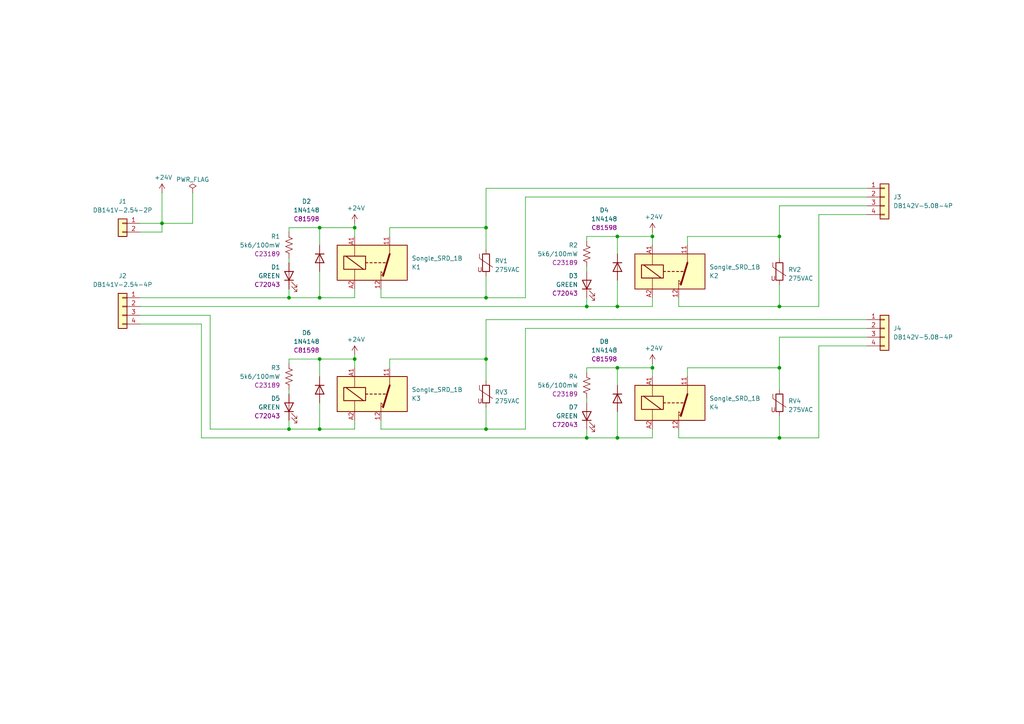
<source format=kicad_sch>
(kicad_sch (version 20231120) (generator "eeschema") (generator_version "8.0")
  (paper "A4")
  (title_block (title "4x 24V Relay Module") (date "2023-05-21") (rev "V1"))
  (lib_symbols
    (symbol "Connector_Generic:Conn_01x02" (pin_names (offset 1.016) hide)
      (property "Reference" "J" (at 0 2.54 0))
      (property "Value" "Conn_01x02" (at 0 -5.08 0))
      (symbol "Conn_01x02_1_1"
        (rectangle (start -1.27 -2.413) (end 0 -2.667) (stroke (width 0.1524)))
        (rectangle (start -1.27 0.127) (end 0 -0.127) (stroke (width 0.1524)))
        (rectangle (start -1.27 1.27) (end 1.27 -3.81) (stroke (width 0.254)) (fill (type background)))
        (pin passive line (at -5.08 0 0) (length 3.81) (name "Pin_1") (number "1"))
        (pin passive line (at -5.08 -2.54 0) (length 3.81) (name "Pin_2") (number "2"))
      )
    )
    (symbol "Connector_Generic:Conn_01x04" (pin_names (offset 1.016) hide)
      (property "Reference" "J" (at 0 5.08 0))
      (property "Value" "Conn_01x04" (at 0 -7.62 0))
      (symbol "Conn_01x04_1_1"
        (rectangle (start -1.27 -4.953) (end 0 -5.207) (stroke (width 0.1524)))
        (rectangle (start -1.27 -2.413) (end 0 -2.667) (stroke (width 0.1524)))
        (rectangle (start -1.27 0.127) (end 0 -0.127) (stroke (width 0.1524)))
        (rectangle (start -1.27 2.667) (end 0 2.413) (stroke (width 0.1524)))
        (rectangle (start -1.27 3.81) (end 1.27 -6.35) (stroke (width 0.254)) (fill (type background)))
        (pin passive line (at -5.08 2.54 0) (length 3.81) (name "Pin_1") (number "1"))
        (pin passive line (at -5.08 0 0) (length 3.81) (name "Pin_2") (number "2"))
        (pin passive line (at -5.08 -2.54 0) (length 3.81) (name "Pin_3") (number "3"))
        (pin passive line (at -5.08 -5.08 0) (length 3.81) (name "Pin_4") (number "4"))
      )
    )
    (symbol "Device:D" (pin_numbers hide) (pin_names (offset 1.016) hide)
      (property "Reference" "D" (at 0 2.54 0))
      (property "Value" "D" (at 0 -2.54 0))
      (symbol "D_0_1"
        (polyline (pts (xy -1.27 1.27) (xy -1.27 -1.27)) (stroke (width 0.254)))
        (polyline (pts (xy 1.27 0) (xy -1.27 0)))
        (polyline (pts (xy 1.27 1.27) (xy 1.27 -1.27) (xy -1.27 0) (xy 1.27 1.27)) (stroke (width 0.254)))
      )
      (symbol "D_1_1"
        (pin passive line (at -3.81 0 0) (length 2.54) (name "K") (number "1"))
        (pin passive line (at 3.81 0 180) (length 2.54) (name "A") (number "2"))
      )
    )
    (symbol "Device:LED" (pin_numbers hide) (pin_names (offset 1.016) hide)
      (property "Reference" "D" (at 0 2.54 0))
      (property "Value" "LED" (at 0 -2.54 0))
      (symbol "LED_0_1"
        (polyline (pts (xy -1.27 -1.27) (xy -1.27 1.27)) (stroke (width 0.254)))
        (polyline (pts (xy -1.27 0) (xy 1.27 0)))
        (polyline (pts (xy 1.27 -1.27) (xy 1.27 1.27) (xy -1.27 0) (xy 1.27 -1.27)) (stroke (width 0.254)))
        (polyline (pts (xy -3.048 -0.762) (xy -4.572 -2.286) (xy -3.81 -2.286) (xy -4.572 -2.286) (xy -4.572 -1.524)))
        (polyline (pts (xy -1.778 -0.762) (xy -3.302 -2.286) (xy -2.54 -2.286) (xy -3.302 -2.286) (xy -3.302 -1.524)))
      )
      (symbol "LED_1_1"
        (pin passive line (at -3.81 0 0) (length 2.54) (name "K") (number "1"))
        (pin passive line (at 3.81 0 180) (length 2.54) (name "A") (number "2"))
      )
    )
    (symbol "Device:R_US" (pin_numbers hide) (pin_names (offset 0))
      (property "Reference" "R" (at 2.54 0 90))
      (property "Value" "R_US" (at -2.54 0 90))
      (symbol "R_US_0_1"
        (polyline (pts (xy 0 -2.286) (xy 0 -2.54)))
        (polyline (pts (xy 0 2.286) (xy 0 2.54)))
        (polyline (pts (xy 0 -0.762) (xy 1.016 -1.143) (xy 0 -1.524) (xy -1.016 -1.905) (xy 0 -2.286)))
        (polyline (pts (xy 0 0.762) (xy 1.016 0.381) (xy 0 0) (xy -1.016 -0.381) (xy 0 -0.762)))
        (polyline (pts (xy 0 2.286) (xy 1.016 1.905) (xy 0 1.524) (xy -1.016 1.143) (xy 0 0.762)))
      )
      (symbol "R_US_1_1"
        (pin passive line (at 0 3.81 270) (length 1.27) (name "~") (number "1"))
        (pin passive line (at 0 -3.81 90) (length 1.27) (name "~") (number "2"))
      )
    )
    (symbol "Device:Varistor" (pin_numbers hide) (pin_names (offset 0))
      (property "Reference" "RV" (at 3.175 0 90))
      (property "Value" "Varistor" (at -3.175 0 90))
      (symbol "Varistor_0_0"
        (text "U" (at -1.778 -2.032 0) (effects (font (size 1.27 1.27))))
      )
      (symbol "Varistor_0_1"
        (rectangle (start -1.016 -2.54) (end 1.016 2.54) (stroke (width 0.254)))
        (polyline (pts (xy -1.905 2.54) (xy -1.905 1.27) (xy 1.905 -1.27)))
      )
      (symbol "Varistor_1_1"
        (pin passive line (at 0 3.81 270) (length 1.27) (name "~") (number "1"))
        (pin passive line (at 0 -3.81 90) (length 1.27) (name "~") (number "2"))
      )
    )
    (symbol "Tales:Songle_SRD_1B"
      (property "Reference" "K" (at 11.43 3.81 0))
      (property "Value" "Songle_SRD_1B" (at 11.43 1.27 0))
      (symbol "Songle_SRD_1B_0_0"
        (polyline (pts (xy 2.54 5.08) (xy 2.54 2.54) (xy 3.175 3.175) (xy 2.54 3.81)))
      )
      (symbol "Songle_SRD_1B_0_1"
        (rectangle (start -10.16 5.08) (end 10.16 -5.08) (stroke (width 0.254)) (fill (type background)))
        (rectangle (start -8.255 1.905) (end -1.905 -1.905) (stroke (width 0.254)))
        (polyline (pts (xy -7.62 -1.905) (xy -2.54 1.905)) (stroke (width 0.254)))
        (polyline (pts (xy -5.08 -5.08) (xy -5.08 -1.905)))
        (polyline (pts (xy -5.08 5.08) (xy -5.08 1.905)))
        (polyline (pts (xy -1.905 0) (xy -1.27 0)) (stroke (width 0.254)))
        (polyline (pts (xy -0.635 0) (xy 0 0)) (stroke (width 0.254)))
        (polyline (pts (xy 0.635 0) (xy 1.27 0)) (stroke (width 0.254)))
        (polyline (pts (xy 1.905 0) (xy 2.54 0)) (stroke (width 0.254)))
        (polyline (pts (xy 3.175 0) (xy 3.81 0)) (stroke (width 0.254)))
        (polyline (pts (xy 5.08 -2.54) (xy 3.175 3.81)) (stroke (width 0.508)))
        (polyline (pts (xy 5.08 -2.54) (xy 5.08 -5.08)))
      )
      (symbol "Songle_SRD_1B_1_1"
        (pin passive line (at 5.08 -7.62 90) (length 2.54) (name "~") (number "11"))
        (pin passive line (at 2.54 7.62 270) (length 2.54) (name "~") (number "12"))
        (pin passive line (at -5.08 -7.62 90) (length 2.54) (name "~") (number "A1"))
        (pin passive line (at -5.08 7.62 270) (length 2.54) (name "~") (number "A2"))
      )
    )
    (symbol "power:+24V" (power) (pin_numbers hide) (pin_names (offset 0) hide)
      (property "Value" "+24V" (at 0 3.556 0))
      (symbol "+24V_0_1"
        (polyline (pts (xy -0.762 1.27) (xy 0 2.54)))
        (polyline (pts (xy 0 0) (xy 0 2.54)))
        (polyline (pts (xy 0 2.54) (xy 0.762 1.27)))
      )
      (symbol "+24V_1_1"
        (pin power_in line (at 0 0 90) (length 0) (name "~") (number "1"))
      )
    )
    (symbol "power:PWR_FLAG" (power) (pin_numbers hide) (pin_names (offset 0) hide)
      (property "Value" "PWR_FLAG" (at 0 3.81 0))
      (symbol "PWR_FLAG_0_0"
        (pin power_out line (at 0 0 90) (length 0) (name "~") (number "1"))
      )
      (symbol "PWR_FLAG_0_1"
        (polyline (pts (xy 0 0) (xy 0 1.27) (xy -1.016 1.905) (xy 0 2.54) (xy 1.016 1.905) (xy 0 1.27)))
      )
    )
  )
  (junction (at 83.82 124.46))
  (junction (at 189.23 68.58))
  (junction (at 140.97 104.14))
  (junction (at 179.07 88.9))
  (junction (at 226.06 88.9))
  (junction (at 226.06 106.68))
  (junction (at 179.07 106.68))
  (junction (at 92.71 124.46))
  (junction (at 102.87 104.14))
  (junction (at 92.71 104.14))
  (junction (at 140.97 86.36))
  (junction (at 92.71 66.04))
  (junction (at 102.87 66.04))
  (junction (at 226.06 127))
  (junction (at 226.06 68.58))
  (junction (at 170.18 88.9))
  (junction (at 170.18 127))
  (junction (at 179.07 127))
  (junction (at 46.99 64.77))
  (junction (at 189.23 106.68))
  (junction (at 140.97 124.46))
  (junction (at 140.97 66.04))
  (junction (at 92.71 86.36))
  (junction (at 179.07 68.58))
  (junction (at 83.82 86.36))
  (wire (pts (xy 83.82 86.36) (xy 92.71 86.36)))
  (wire (pts (xy 140.97 124.46) (xy 110.49 124.46)))
  (wire (pts (xy 60.96 124.46) (xy 83.82 124.46)))
  (wire (pts (xy 102.87 102.87) (xy 102.87 104.14)))
  (wire (pts (xy 170.18 77.47) (xy 170.18 78.74)))
  (wire (pts (xy 102.87 121.92) (xy 102.87 124.46)))
  (wire (pts (xy 83.82 121.92) (xy 83.82 124.46)))
  (wire (pts (xy 152.4 57.15) (xy 152.4 86.36)))
  (wire (pts (xy 140.97 92.71) (xy 251.46 92.71)))
  (wire (pts (xy 179.07 119.38) (xy 179.07 127)))
  (wire (pts (xy 179.07 88.9) (xy 189.23 88.9)))
  (wire (pts (xy 199.39 106.68) (xy 199.39 109.22)))
  (wire (pts (xy 92.71 71.12) (xy 92.71 66.04)))
  (wire (pts (xy 189.23 86.36) (xy 189.23 88.9)))
  (wire (pts (xy 40.64 88.9) (xy 170.18 88.9)))
  (wire (pts (xy 46.99 55.88) (xy 46.99 64.77)))
  (wire (pts (xy 40.64 86.36) (xy 83.82 86.36)))
  (wire (pts (xy 170.18 106.68) (xy 170.18 107.95)))
  (wire (pts (xy 199.39 68.58) (xy 199.39 71.12)))
  (wire (pts (xy 40.64 64.77) (xy 46.99 64.77)))
  (wire (pts (xy 237.49 100.33) (xy 251.46 100.33)))
  (wire (pts (xy 140.97 86.36) (xy 110.49 86.36)))
  (wire (pts (xy 152.4 124.46) (xy 140.97 124.46)))
  (wire (pts (xy 140.97 54.61) (xy 251.46 54.61)))
  (wire (pts (xy 189.23 67.31) (xy 189.23 68.58)))
  (wire (pts (xy 92.71 66.04) (xy 102.87 66.04)))
  (wire (pts (xy 60.96 124.46) (xy 60.96 91.44)))
  (wire (pts (xy 83.82 104.14) (xy 83.82 105.41)))
  (wire (pts (xy 226.06 113.03) (xy 226.06 106.68)))
  (wire (pts (xy 83.82 104.14) (xy 92.71 104.14)))
  (wire (pts (xy 226.06 106.68) (xy 226.06 97.79)))
  (wire (pts (xy 140.97 54.61) (xy 140.97 66.04)))
  (wire (pts (xy 189.23 106.68) (xy 189.23 109.22)))
  (wire (pts (xy 170.18 127) (xy 179.07 127)))
  (wire (pts (xy 199.39 68.58) (xy 226.06 68.58)))
  (wire (pts (xy 226.06 88.9) (xy 196.85 88.9)))
  (wire (pts (xy 226.06 82.55) (xy 226.06 88.9)))
  (wire (pts (xy 102.87 83.82) (xy 102.87 86.36)))
  (wire (pts (xy 179.07 68.58) (xy 189.23 68.58)))
  (wire (pts (xy 83.82 66.04) (xy 92.71 66.04)))
  (wire (pts (xy 170.18 68.58) (xy 170.18 69.85)))
  (wire (pts (xy 179.07 73.66) (xy 179.07 68.58)))
  (wire (pts (xy 170.18 68.58) (xy 179.07 68.58)))
  (wire (pts (xy 83.82 66.04) (xy 83.82 67.31)))
  (wire (pts (xy 152.4 95.25) (xy 251.46 95.25)))
  (wire (pts (xy 179.07 111.76) (xy 179.07 106.68)))
  (wire (pts (xy 58.42 127) (xy 170.18 127)))
  (wire (pts (xy 179.07 106.68) (xy 189.23 106.68)))
  (wire (pts (xy 113.03 104.14) (xy 140.97 104.14)))
  (wire (pts (xy 102.87 66.04) (xy 102.87 68.58)))
  (wire (pts (xy 60.96 91.44) (xy 40.64 91.44)))
  (wire (pts (xy 199.39 106.68) (xy 226.06 106.68)))
  (wire (pts (xy 83.82 74.93) (xy 83.82 76.2)))
  (wire (pts (xy 189.23 124.46) (xy 189.23 127)))
  (wire (pts (xy 226.06 59.69) (xy 251.46 59.69)))
  (wire (pts (xy 140.97 110.49) (xy 140.97 104.14)))
  (wire (pts (xy 113.03 104.14) (xy 113.03 106.68)))
  (wire (pts (xy 102.87 64.77) (xy 102.87 66.04)))
  (wire (pts (xy 170.18 106.68) (xy 179.07 106.68)))
  (wire (pts (xy 110.49 83.82) (xy 110.49 86.36)))
  (wire (pts (xy 140.97 72.39) (xy 140.97 66.04)))
  (wire (pts (xy 226.06 97.79) (xy 251.46 97.79)))
  (wire (pts (xy 140.97 118.11) (xy 140.97 124.46)))
  (wire (pts (xy 189.23 105.41) (xy 189.23 106.68)))
  (wire (pts (xy 237.49 88.9) (xy 226.06 88.9)))
  (wire (pts (xy 140.97 80.01) (xy 140.97 86.36)))
  (wire (pts (xy 196.85 124.46) (xy 196.85 127)))
  (wire (pts (xy 237.49 62.23) (xy 237.49 88.9)))
  (wire (pts (xy 92.71 104.14) (xy 102.87 104.14)))
  (wire (pts (xy 92.71 116.84) (xy 92.71 124.46)))
  (wire (pts (xy 152.4 57.15) (xy 251.46 57.15)))
  (wire (pts (xy 170.18 86.36) (xy 170.18 88.9)))
  (wire (pts (xy 92.71 109.22) (xy 92.71 104.14)))
  (wire (pts (xy 92.71 124.46) (xy 102.87 124.46)))
  (wire (pts (xy 40.64 67.31) (xy 46.99 67.31)))
  (wire (pts (xy 179.07 81.28) (xy 179.07 88.9)))
  (wire (pts (xy 237.49 127) (xy 226.06 127)))
  (wire (pts (xy 226.06 74.93) (xy 226.06 68.58)))
  (wire (pts (xy 170.18 124.46) (xy 170.18 127)))
  (wire (pts (xy 196.85 86.36) (xy 196.85 88.9)))
  (wire (pts (xy 251.46 62.23) (xy 237.49 62.23)))
  (wire (pts (xy 58.42 93.98) (xy 40.64 93.98)))
  (wire (pts (xy 113.03 66.04) (xy 113.03 68.58)))
  (wire (pts (xy 55.88 55.88) (xy 55.88 64.77)))
  (wire (pts (xy 55.88 64.77) (xy 46.99 64.77)))
  (wire (pts (xy 83.82 113.03) (xy 83.82 114.3)))
  (wire (pts (xy 179.07 127) (xy 189.23 127)))
  (wire (pts (xy 226.06 59.69) (xy 226.06 68.58)))
  (wire (pts (xy 92.71 86.36) (xy 102.87 86.36)))
  (wire (pts (xy 237.49 100.33) (xy 237.49 127)))
  (wire (pts (xy 189.23 68.58) (xy 189.23 71.12)))
  (wire (pts (xy 83.82 124.46) (xy 92.71 124.46)))
  (wire (pts (xy 170.18 88.9) (xy 179.07 88.9)))
  (wire (pts (xy 58.42 127) (xy 58.42 93.98)))
  (wire (pts (xy 226.06 127) (xy 196.85 127)))
  (wire (pts (xy 170.18 115.57) (xy 170.18 116.84)))
  (wire (pts (xy 102.87 104.14) (xy 102.87 106.68)))
  (wire (pts (xy 140.97 92.71) (xy 140.97 104.14)))
  (wire (pts (xy 113.03 66.04) (xy 140.97 66.04)))
  (wire (pts (xy 152.4 86.36) (xy 140.97 86.36)))
  (wire (pts (xy 152.4 95.25) (xy 152.4 124.46)))
  (wire (pts (xy 83.82 83.82) (xy 83.82 86.36)))
  (wire (pts (xy 92.71 78.74) (xy 92.71 86.36)))
  (wire (pts (xy 226.06 120.65) (xy 226.06 127)))
  (wire (pts (xy 46.99 67.31) (xy 46.99 64.77)))
  (wire (pts (xy 110.49 121.92) (xy 110.49 124.46)))
  (symbol (lib_id "power:+24V") (at 102.87 64.77 0) (unit 1)
    (property "Reference" "#PWR0103" (effects (hide yes)))
    (property "Value" "+24V" (at 103.251 60.3758 0))
    (property "Description" "Power symbol creates a global label with name \"+24V\"" (effects (hide yes)))
  )
  (symbol (lib_id "Device:LED") (at 170.18 120.65 90) (unit 1)
    (property "Reference" "D7" (at 167.64 118.11 90) (effects (justify left)))
    (property "Value" "GREEN" (at 167.64 120.65 90) (effects (justify left)))
    (property "Footprint" "Tales:LED_0603_1608Metric" (effects (hide yes)))
    (property "Description" "Light emitting diode" (effects (hide yes)))
    (property "Mfr" "Everlight" (effects (hide yes)))
    (property "Mfr PN" "19-217/GHC-YR1S2/3T" (effects (hide yes)))
    (property "Vendor" "JLCPCB" (effects (hide yes)))
    (property "Vendor PN" "C72043" (effects (hide yes)))
    (property "LCSC Part #" "C72043" (at 167.64 123.19 90) (effects (justify left)))
    (property "JLCPCB BOM" "1" (effects (hide yes)))
    (property "Package" "0603/1608" (effects (hide yes)))
  )
  (symbol (lib_id "Device:D") (at 92.71 74.93 270) (unit 1)
    (property "Reference" "D2" (at 88.9 58.42 90))
    (property "Value" "1N4148" (at 88.9 60.96 90))
    (property "Footprint" "Tales:D_SOD-123" (effects (hide yes)))
    (property "Description" "Diode" (effects (hide yes)))
    (property "Vendor" "JLCPCB" (effects (hide yes)))
    (property "Mfr" "Semtech" (effects (hide yes)))
    (property "Mfr PN" "1N4148W" (effects (hide yes)))
    (property "Vendor PN" "C81598" (effects (hide yes)))
    (property "LCSC Part #" "C81598" (at 88.9 63.5 90))
    (property "JLCPCB BOM" "1" (effects (hide yes)))
    (property "Package" "SOD-123" (effects (hide yes)))
    (property "Sim.Device" "D" (effects (hide yes)))
    (property "Sim.Pins" "1=K 2=A" (effects (hide yes)))
  )
  (symbol (lib_id "Tales:Songle_SRD_1B") (at 107.95 114.3 0) (mirror x) (unit 1)
    (property "Reference" "K3" (at 119.38 115.5701 0) (effects (justify left)))
    (property "Value" "Songle_SRD_1B" (at 119.38 113.0301 0) (effects (justify left)))
    (property "Footprint" "Tales:Relay_SPST_Songle_SRD_FormB" (effects (hide yes)))
    (property "Description" "PCB SPDT-NC relay, 10A" (effects (hide yes)))
    (property "JLCPCB BOM" "1" (effects (hide yes)))
    (property "LCSC Part #" "C185801" (effects (hide yes)))
    (property "Mfr" "Ningbo Songle Relay" (effects (hide yes)))
    (property "Mfr PN" "SRD-24VDC-SL-B" (effects (hide yes)))
    (property "Vendor" "JLCPCB" (effects (hide yes)))
    (property "Vendor PN" "C185801" (effects (hide yes)))
  )
  (symbol (lib_id "Connector_Generic:Conn_01x04") (at 35.56 88.9 0) (mirror y) (unit 1)
    (property "Reference" "J2" (at 35.56 80.01 0))
    (property "Value" "DB141V-2.54-4P" (at 35.56 82.55 0))
    (property "Footprint" "Tales:TerminalBlock_Dibo_DB141V-2.54-4P_1x04_P2.54mm_Vertical" (effects (hide yes)))
  )
  (symbol (lib_id "Tales:Songle_SRD_1B") (at 194.31 78.74 0) (mirror x) (unit 1)
    (property "Reference" "K2" (at 205.74 80.0101 0) (effects (justify left)))
    (property "Value" "Songle_SRD_1B" (at 205.74 77.4701 0) (effects (justify left)))
    (property "Footprint" "Tales:Relay_SPST_Songle_SRD_FormB" (effects (hide yes)))
    (property "Description" "PCB SPDT-NC relay, 10A" (effects (hide yes)))
    (property "JLCPCB BOM" "1" (effects (hide yes)))
    (property "LCSC Part #" "C185801" (effects (hide yes)))
    (property "Mfr" "Ningbo Songle Relay" (effects (hide yes)))
    (property "Mfr PN" "SRD-24VDC-SL-B" (effects (hide yes)))
    (property "Vendor" "JLCPCB" (effects (hide yes)))
    (property "Vendor PN" "C185801" (effects (hide yes)))
  )
  (symbol (lib_id "Device:R_US") (at 83.82 71.12 0) (unit 1)
    (property "Reference" "R1" (at 81.28 68.58 0) (effects (justify right)))
    (property "Value" "5k6/100mW" (at 81.28 71.12 0) (effects (justify right)))
    (property "Footprint" "Tales:R_0603_1608Metric" (effects (hide yes)))
    (property "Description" "Resistor, US symbol" (effects (hide yes)))
    (property "Mfr" "Uniroyal" (effects (hide yes)))
    (property "Vendor" "JLCPCB" (effects (hide yes)))
    (property "Mfr PN" "0805W8F4701T5E" (effects (hide yes)))
    (property "Vendor PN" "C23189" (effects (hide yes)))
    (property "LCSC Part #" "C23189" (at 81.28 73.66 0) (effects (justify right)))
    (property "JLCPCB BOM" "1" (effects (hide yes)))
    (property "Package" "0603/1608" (effects (hide yes)))
  )
  (symbol (lib_id "power:+24V") (at 189.23 67.31 0) (unit 1)
    (property "Reference" "#PWR0101" (effects (hide yes)))
    (property "Value" "+24V" (at 189.611 62.9158 0))
    (property "Description" "Power symbol creates a global label with name \"+24V\"" (effects (hide yes)))
  )
  (symbol (lib_id "power:PWR_FLAG") (at 55.88 55.88 0) (unit 1)
    (property "Reference" "#FLG0101" (effects (hide yes)))
    (property "Value" "PWR_FLAG" (at 55.88 52.07 0))
    (property "Description" "Special symbol for telling ERC where power comes from" (effects (hide yes)))
  )
  (symbol (lib_id "Device:LED") (at 83.82 118.11 90) (unit 1)
    (property "Reference" "D5" (at 81.28 115.57 90) (effects (justify left)))
    (property "Value" "GREEN" (at 81.28 118.11 90) (effects (justify left)))
    (property "Footprint" "Tales:LED_0603_1608Metric" (effects (hide yes)))
    (property "Description" "Light emitting diode" (effects (hide yes)))
    (property "Mfr" "Everlight" (effects (hide yes)))
    (property "Mfr PN" "19-217/GHC-YR1S2/3T" (effects (hide yes)))
    (property "Vendor" "JLCPCB" (effects (hide yes)))
    (property "Vendor PN" "C72043" (effects (hide yes)))
    (property "LCSC Part #" "C72043" (at 81.28 120.65 90) (effects (justify left)))
    (property "JLCPCB BOM" "1" (effects (hide yes)))
    (property "Package" "0603/1608" (effects (hide yes)))
  )
  (symbol (lib_id "Device:R_US") (at 83.82 109.22 0) (unit 1)
    (property "Reference" "R3" (at 81.28 106.68 0) (effects (justify right)))
    (property "Value" "5k6/100mW" (at 81.28 109.22 0) (effects (justify right)))
    (property "Footprint" "Tales:R_0603_1608Metric" (effects (hide yes)))
    (property "Description" "Resistor, US symbol" (effects (hide yes)))
    (property "Mfr" "Uniroyal" (effects (hide yes)))
    (property "Vendor" "JLCPCB" (effects (hide yes)))
    (property "Mfr PN" "0805W8F4701T5E" (effects (hide yes)))
    (property "Vendor PN" "C23189" (effects (hide yes)))
    (property "LCSC Part #" "C23189" (at 81.28 111.76 0) (effects (justify right)))
    (property "JLCPCB BOM" "1" (effects (hide yes)))
    (property "Package" "0603/1608" (effects (hide yes)))
  )
  (symbol (lib_id "Connector_Generic:Conn_01x02") (at 35.56 64.77 0) (mirror y) (unit 1)
    (property "Reference" "J1" (at 35.56 58.42 0))
    (property "Value" "DB141V-2.54-2P" (at 35.56 60.96 0))
    (property "Footprint" "Tales:TerminalBlock_Dibo_DB141V-2.54-2P_1x02_P2.54mm_Vertical" (effects (hide yes)))
  )
  (symbol (lib_id "Connector_Generic:Conn_01x04") (at 256.54 57.15 0) (unit 1)
    (property "Reference" "J3" (at 259.08 57.1499 0) (effects (justify left)))
    (property "Value" "DB142V-5.08-4P" (at 259.08 59.6899 0) (effects (justify left)))
    (property "Footprint" "Tales:TerminalBlock_Dibo_DB142V-5.08-4P_1x04_P5.08mm_Vertical" (effects (hide yes)))
    (property "Description" "Generic connector, single row, 01x04, script generated (kicad-library-utils/schlib/autogen/connector/)" (effects (hide yes)))
    (property "JLCPCB BOM" "1" (effects (hide yes)))
    (property "LCSC Part #" "C2898701" (effects (hide yes)))
    (property "Mfr" "DORABO" (effects (hide yes)))
    (property "Mfr PN" "DB142V-5.08-4P-GN" (effects (hide yes)))
    (property "Vendor" "JLCPCB" (effects (hide yes)))
    (property "Vendor PN" "C2898701" (effects (hide yes)))
  )
  (symbol (lib_id "power:+24V") (at 189.23 105.41 0) (unit 1)
    (property "Reference" "#PWR0105" (effects (hide yes)))
    (property "Value" "+24V" (at 189.611 101.0158 0))
    (property "Description" "Power symbol creates a global label with name \"+24V\"" (effects (hide yes)))
  )
  (symbol (lib_id "Device:Varistor") (at 226.06 116.84 0) (unit 1)
    (property "Reference" "RV4" (at 228.6 116.3042 0) (effects (justify left)))
    (property "Value" "275VAC" (at 228.6 118.8442 0) (effects (justify left)))
    (property "Footprint" "Tales:RV_Disc_D9.50mm_W3.6mm_P5.08mm" (effects (hide yes)))
    (property "Description" "Voltage dependent resistor" (effects (hide yes)))
    (property "Mfr" "Dersonic" (effects (hide yes)))
    (property "Mfr PN" "RM07D431KC1IE100" (effects (hide yes)))
    (property "Technology" "MOV" (effects (hide yes)))
    (property "Vendor" "JLCPCB" (effects (hide yes)))
    (property "Vendor PN" "C2761646" (effects (hide yes)))
    (property "JLCPCB BOM" "1" (effects (hide yes)))
    (property "Package" "9.5X5.08mm" (effects (hide yes)))
    (property "LCSC Part #" "C2761646" (effects (hide yes)))
    (property "Sim.Name" "kicad_builtin_varistor" (effects (hide yes)))
    (property "Sim.Device" "SUBCKT" (effects (hide yes)))
    (property "Sim.Pins" "1=A 2=B" (effects (hide yes)))
    (property "Sim.Params" "threshold=1k" (effects (hide yes)))
    (property "Sim.Library" "${KICAD7_SYMBOL_DIR}/Simulation_SPICE.sp" (effects (hide yes)))
  )
  (symbol (lib_id "Device:R_US") (at 170.18 111.76 0) (unit 1)
    (property "Reference" "R4" (at 167.64 109.22 0) (effects (justify right)))
    (property "Value" "5k6/100mW" (at 167.64 111.76 0) (effects (justify right)))
    (property "Footprint" "Tales:R_0603_1608Metric" (effects (hide yes)))
    (property "Description" "Resistor, US symbol" (effects (hide yes)))
    (property "Mfr" "Uniroyal" (effects (hide yes)))
    (property "Vendor" "JLCPCB" (effects (hide yes)))
    (property "Mfr PN" "0805W8F4701T5E" (effects (hide yes)))
    (property "Vendor PN" "C23189" (effects (hide yes)))
    (property "LCSC Part #" "C23189" (at 167.64 114.3 0) (effects (justify right)))
    (property "JLCPCB BOM" "1" (effects (hide yes)))
    (property "Package" "0603/1608" (effects (hide yes)))
  )
  (symbol (lib_id "Device:LED") (at 83.82 80.01 90) (unit 1)
    (property "Reference" "D1" (at 81.28 77.47 90) (effects (justify left)))
    (property "Value" "GREEN" (at 81.28 80.01 90) (effects (justify left)))
    (property "Footprint" "Tales:LED_0603_1608Metric" (effects (hide yes)))
    (property "Description" "Light emitting diode" (effects (hide yes)))
    (property "Mfr" "Everlight" (effects (hide yes)))
    (property "Mfr PN" "19-217/GHC-YR1S2/3T" (effects (hide yes)))
    (property "Vendor" "JLCPCB" (effects (hide yes)))
    (property "Vendor PN" "C72043" (effects (hide yes)))
    (property "LCSC Part #" "C72043" (at 81.28 82.55 90) (effects (justify left)))
    (property "JLCPCB BOM" "1" (effects (hide yes)))
    (property "Package" "0603/1608" (effects (hide yes)))
  )
  (symbol (lib_id "Device:Varistor") (at 226.06 78.74 0) (unit 1)
    (property "Reference" "RV2" (at 228.6 78.2042 0) (effects (justify left)))
    (property "Value" "275VAC" (at 228.6 80.7442 0) (effects (justify left)))
    (property "Footprint" "Tales:RV_Disc_D9.50mm_W3.6mm_P5.08mm" (effects (hide yes)))
    (property "Description" "Voltage dependent resistor" (effects (hide yes)))
    (property "Mfr" "Dersonic" (effects (hide yes)))
    (property "Mfr PN" "RM07D431KC1IE100" (effects (hide yes)))
    (property "Technology" "MOV" (effects (hide yes)))
    (property "Vendor" "JLCPCB" (effects (hide yes)))
    (property "Vendor PN" "C2761646" (effects (hide yes)))
    (property "JLCPCB BOM" "1" (effects (hide yes)))
    (property "Package" "9.5X5.08mm" (effects (hide yes)))
    (property "LCSC Part #" "C2761646" (effects (hide yes)))
    (property "Sim.Name" "kicad_builtin_varistor" (effects (hide yes)))
    (property "Sim.Device" "SUBCKT" (effects (hide yes)))
    (property "Sim.Pins" "1=A 2=B" (effects (hide yes)))
    (property "Sim.Params" "threshold=1k" (effects (hide yes)))
    (property "Sim.Library" "${KICAD7_SYMBOL_DIR}/Simulation_SPICE.sp" (effects (hide yes)))
  )
  (symbol (lib_id "Connector_Generic:Conn_01x04") (at 256.54 95.25 0) (unit 1)
    (property "Reference" "J4" (at 259.08 95.2499 0) (effects (justify left)))
    (property "Value" "DB142V-5.08-4P" (at 259.08 97.7899 0) (effects (justify left)))
    (property "Footprint" "Tales:TerminalBlock_Dibo_DB142V-5.08-4P_1x04_P5.08mm_Vertical" (effects (hide yes)))
    (property "Description" "Generic connector, single row, 01x04, script generated (kicad-library-utils/schlib/autogen/connector/)" (effects (hide yes)))
    (property "JLCPCB BOM" "1" (effects (hide yes)))
    (property "LCSC Part #" "C2898701" (effects (hide yes)))
    (property "Mfr" "DORABO" (effects (hide yes)))
    (property "Mfr PN" "DB142V-5.08-4P-GN" (effects (hide yes)))
    (property "Vendor" "JLCPCB" (effects (hide yes)))
    (property "Vendor PN" "C2898701" (effects (hide yes)))
  )
  (symbol (lib_id "Device:R_US") (at 170.18 73.66 0) (unit 1)
    (property "Reference" "R2" (at 167.64 71.12 0) (effects (justify right)))
    (property "Value" "5k6/100mW" (at 167.64 73.66 0) (effects (justify right)))
    (property "Footprint" "Tales:R_0603_1608Metric" (effects (hide yes)))
    (property "Description" "Resistor, US symbol" (effects (hide yes)))
    (property "Mfr" "Uniroyal" (effects (hide yes)))
    (property "Vendor" "JLCPCB" (effects (hide yes)))
    (property "Mfr PN" "0805W8F4701T5E" (effects (hide yes)))
    (property "Vendor PN" "C23189" (effects (hide yes)))
    (property "LCSC Part #" "C23189" (at 167.64 76.2 0) (effects (justify right)))
    (property "JLCPCB BOM" "1" (effects (hide yes)))
    (property "Package" "0603/1608" (effects (hide yes)))
  )
  (symbol (lib_id "power:+24V") (at 102.87 102.87 0) (unit 1)
    (property "Reference" "#PWR0104" (effects (hide yes)))
    (property "Value" "+24V" (at 103.251 98.4758 0))
    (property "Description" "Power symbol creates a global label with name \"+24V\"" (effects (hide yes)))
  )
  (symbol (lib_id "Device:D") (at 179.07 115.57 270) (unit 1)
    (property "Reference" "D8" (at 175.26 99.06 90))
    (property "Value" "1N4148" (at 175.26 101.6 90))
    (property "Footprint" "Tales:D_SOD-123" (effects (hide yes)))
    (property "Description" "Diode" (effects (hide yes)))
    (property "Vendor" "JLCPCB" (effects (hide yes)))
    (property "Mfr" "Semtech" (effects (hide yes)))
    (property "Mfr PN" "1N4148W" (effects (hide yes)))
    (property "Vendor PN" "C81598" (effects (hide yes)))
    (property "LCSC Part #" "C81598" (at 175.26 104.14 90))
    (property "JLCPCB BOM" "1" (effects (hide yes)))
    (property "Package" "SOD-123" (effects (hide yes)))
    (property "Sim.Device" "D" (effects (hide yes)))
    (property "Sim.Pins" "1=K 2=A" (effects (hide yes)))
  )
  (symbol (lib_id "power:+24V") (at 46.99 55.88 0) (unit 1)
    (property "Reference" "#PWR0102" (effects (hide yes)))
    (property "Value" "+24V" (at 47.371 51.4858 0))
    (property "Description" "Power symbol creates a global label with name \"+24V\"" (effects (hide yes)))
  )
  (symbol (lib_id "Device:D") (at 92.71 113.03 270) (unit 1)
    (property "Reference" "D6" (at 88.9 96.52 90))
    (property "Value" "1N4148" (at 88.9 99.06 90))
    (property "Footprint" "Tales:D_SOD-123" (effects (hide yes)))
    (property "Description" "Diode" (effects (hide yes)))
    (property "Vendor" "JLCPCB" (effects (hide yes)))
    (property "Mfr" "Semtech" (effects (hide yes)))
    (property "Mfr PN" "1N4148W" (effects (hide yes)))
    (property "Vendor PN" "C81598" (effects (hide yes)))
    (property "LCSC Part #" "C81598" (at 88.9 101.6 90))
    (property "JLCPCB BOM" "1" (effects (hide yes)))
    (property "Package" "SOD-123" (effects (hide yes)))
    (property "Sim.Device" "D" (effects (hide yes)))
    (property "Sim.Pins" "1=K 2=A" (effects (hide yes)))
  )
  (symbol (lib_id "Device:LED") (at 170.18 82.55 90) (unit 1)
    (property "Reference" "D3" (at 167.64 80.01 90) (effects (justify left)))
    (property "Value" "GREEN" (at 167.64 82.55 90) (effects (justify left)))
    (property "Footprint" "Tales:LED_0603_1608Metric" (effects (hide yes)))
    (property "Description" "Light emitting diode" (effects (hide yes)))
    (property "Mfr" "Everlight" (effects (hide yes)))
    (property "Mfr PN" "19-217/GHC-YR1S2/3T" (effects (hide yes)))
    (property "Vendor" "JLCPCB" (effects (hide yes)))
    (property "Vendor PN" "C72043" (effects (hide yes)))
    (property "LCSC Part #" "C72043" (at 167.64 85.09 90) (effects (justify left)))
    (property "JLCPCB BOM" "1" (effects (hide yes)))
    (property "Package" "0603/1608" (effects (hide yes)))
  )
  (symbol (lib_id "Tales:Songle_SRD_1B") (at 194.31 116.84 0) (mirror x) (unit 1)
    (property "Reference" "K4" (at 205.74 118.1101 0) (effects (justify left)))
    (property "Value" "Songle_SRD_1B" (at 205.74 115.5701 0) (effects (justify left)))
    (property "Footprint" "Tales:Relay_SPST_Songle_SRD_FormB" (effects (hide yes)))
    (property "Description" "PCB SPDT-NC relay, 10A" (effects (hide yes)))
    (property "JLCPCB BOM" "1" (effects (hide yes)))
    (property "LCSC Part #" "C185801" (effects (hide yes)))
    (property "Mfr" "Ningbo Songle Relay" (effects (hide yes)))
    (property "Mfr PN" "SRD-24VDC-SL-B" (effects (hide yes)))
    (property "Vendor" "JLCPCB" (effects (hide yes)))
    (property "Vendor PN" "C185801" (effects (hide yes)))
  )
  (symbol (lib_id "Device:D") (at 179.07 77.47 270) (unit 1)
    (property "Reference" "D4" (at 175.26 60.96 90))
    (property "Value" "1N4148" (at 175.26 63.5 90))
    (property "Footprint" "Tales:D_SOD-123" (effects (hide yes)))
    (property "Description" "Diode" (effects (hide yes)))
    (property "Vendor" "JLCPCB" (effects (hide yes)))
    (property "Mfr" "Semtech" (effects (hide yes)))
    (property "Mfr PN" "1N4148W" (effects (hide yes)))
    (property "Vendor PN" "C81598" (effects (hide yes)))
    (property "LCSC Part #" "C81598" (at 175.26 66.04 90))
    (property "JLCPCB BOM" "1" (effects (hide yes)))
    (property "Package" "SOD-123" (effects (hide yes)))
    (property "Sim.Device" "D" (effects (hide yes)))
    (property "Sim.Pins" "1=K 2=A" (effects (hide yes)))
  )
  (symbol (lib_id "Device:Varistor") (at 140.97 76.2 0) (unit 1)
    (property "Reference" "RV1" (at 143.51 75.6642 0) (effects (justify left)))
    (property "Value" "275VAC" (at 143.51 78.2042 0) (effects (justify left)))
    (property "Footprint" "Tales:RV_Disc_D9.50mm_W3.6mm_P5.08mm" (effects (hide yes)))
    (property "Description" "Voltage dependent resistor" (effects (hide yes)))
    (property "Mfr" "Dersonic" (effects (hide yes)))
    (property "Mfr PN" "RM07D431KC1IE100" (effects (hide yes)))
    (property "Technology" "MOV" (effects (hide yes)))
    (property "Vendor" "JLCPCB" (effects (hide yes)))
    (property "Vendor PN" "C2761646" (effects (hide yes)))
    (property "JLCPCB BOM" "1" (effects (hide yes)))
    (property "Package" "9.5X5.08mm" (effects (hide yes)))
    (property "LCSC Part #" "C2761646" (effects (hide yes)))
    (property "Sim.Name" "kicad_builtin_varistor" (effects (hide yes)))
    (property "Sim.Device" "SUBCKT" (effects (hide yes)))
    (property "Sim.Pins" "1=A 2=B" (effects (hide yes)))
    (property "Sim.Params" "threshold=1k" (effects (hide yes)))
    (property "Sim.Library" "${KICAD7_SYMBOL_DIR}/Simulation_SPICE.sp" (effects (hide yes)))
  )
  (symbol (lib_id "Tales:Songle_SRD_1B") (at 107.95 76.2 0) (mirror x) (unit 1)
    (property "Reference" "K1" (at 119.38 77.4701 0) (effects (justify left)))
    (property "Value" "Songle_SRD_1B" (at 119.38 74.9301 0) (effects (justify left)))
    (property "Footprint" "Tales:Relay_SPST_Songle_SRD_FormB" (effects (hide yes)))
    (property "Description" "PCB SPDT-NC relay, 10A" (effects (hide yes)))
    (property "JLCPCB BOM" "1" (effects (hide yes)))
    (property "LCSC Part #" "C185801" (effects (hide yes)))
    (property "Mfr" "Ningbo Songle Relay" (effects (hide yes)))
    (property "Mfr PN" "SRD-24VDC-SL-B" (effects (hide yes)))
    (property "Vendor" "JLCPCB" (effects (hide yes)))
    (property "Vendor PN" "C185801" (effects (hide yes)))
  )
  (symbol (lib_id "Device:Varistor") (at 140.97 114.3 0) (unit 1)
    (property "Reference" "RV3" (at 143.51 113.7642 0) (effects (justify left)))
    (property "Value" "275VAC" (at 143.51 116.3042 0) (effects (justify left)))
    (property "Footprint" "Tales:RV_Disc_D9.50mm_W3.6mm_P5.08mm" (effects (hide yes)))
    (property "Description" "Voltage dependent resistor" (effects (hide yes)))
    (property "Mfr" "Dersonic" (effects (hide yes)))
    (property "Mfr PN" "RM07D431KC1IE100" (effects (hide yes)))
    (property "Technology" "MOV" (effects (hide yes)))
    (property "Vendor" "JLCPCB" (effects (hide yes)))
    (property "Vendor PN" "C2761646" (effects (hide yes)))
    (property "JLCPCB BOM" "1" (effects (hide yes)))
    (property "Package" "9.5X5.08mm" (effects (hide yes)))
    (property "LCSC Part #" "C2761646" (effects (hide yes)))
    (property "Sim.Name" "kicad_builtin_varistor" (effects (hide yes)))
    (property "Sim.Device" "SUBCKT" (effects (hide yes)))
    (property "Sim.Pins" "1=A 2=B" (effects (hide yes)))
    (property "Sim.Params" "threshold=1k" (effects (hide yes)))
    (property "Sim.Library" "${KICAD7_SYMBOL_DIR}/Simulation_SPICE.sp" (effects (hide yes)))
  )
)
</source>
